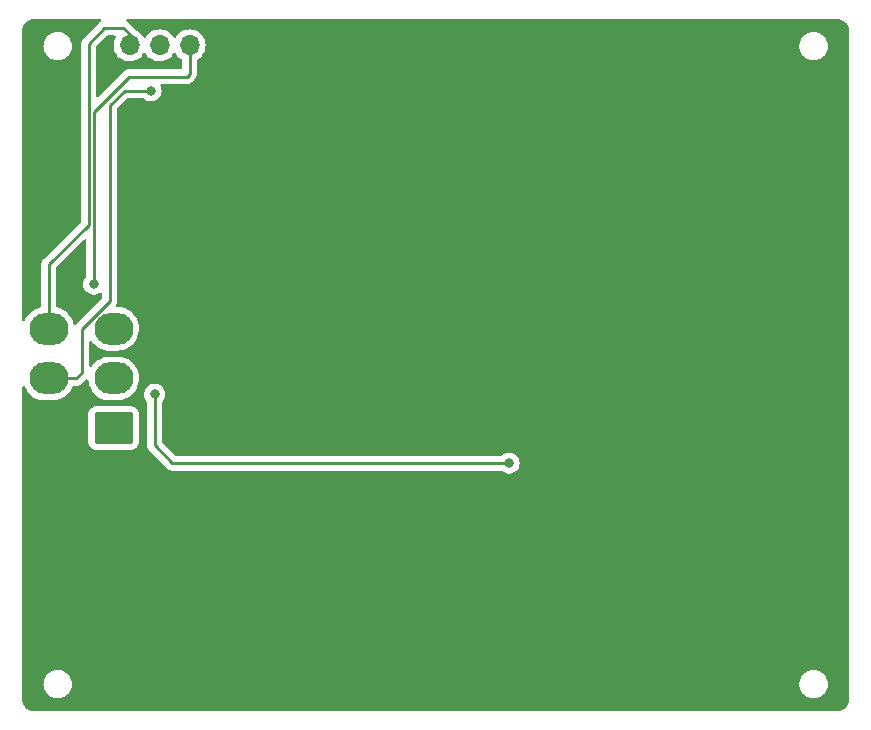
<source format=gbr>
G04 #@! TF.GenerationSoftware,KiCad,Pcbnew,7.0.10*
G04 #@! TF.CreationDate,2024-01-21T10:12:11+03:00*
G04 #@! TF.ProjectId,Eco_display,45636f5f-6469-4737-906c-61792e6b6963,rev?*
G04 #@! TF.SameCoordinates,Original*
G04 #@! TF.FileFunction,Copper,L1,Top*
G04 #@! TF.FilePolarity,Positive*
%FSLAX46Y46*%
G04 Gerber Fmt 4.6, Leading zero omitted, Abs format (unit mm)*
G04 Created by KiCad (PCBNEW 7.0.10) date 2024-01-21 10:12:11*
%MOMM*%
%LPD*%
G01*
G04 APERTURE LIST*
G04 Aperture macros list*
%AMRoundRect*
0 Rectangle with rounded corners*
0 $1 Rounding radius*
0 $2 $3 $4 $5 $6 $7 $8 $9 X,Y pos of 4 corners*
0 Add a 4 corners polygon primitive as box body*
4,1,4,$2,$3,$4,$5,$6,$7,$8,$9,$2,$3,0*
0 Add four circle primitives for the rounded corners*
1,1,$1+$1,$2,$3*
1,1,$1+$1,$4,$5*
1,1,$1+$1,$6,$7*
1,1,$1+$1,$8,$9*
0 Add four rect primitives between the rounded corners*
20,1,$1+$1,$2,$3,$4,$5,0*
20,1,$1+$1,$4,$5,$6,$7,0*
20,1,$1+$1,$6,$7,$8,$9,0*
20,1,$1+$1,$8,$9,$2,$3,0*%
G04 Aperture macros list end*
G04 #@! TA.AperFunction,ComponentPad*
%ADD10R,1.700000X1.700000*%
G04 #@! TD*
G04 #@! TA.AperFunction,ComponentPad*
%ADD11O,1.700000X1.700000*%
G04 #@! TD*
G04 #@! TA.AperFunction,ComponentPad*
%ADD12RoundRect,0.250001X1.399999X-1.099999X1.399999X1.099999X-1.399999X1.099999X-1.399999X-1.099999X0*%
G04 #@! TD*
G04 #@! TA.AperFunction,ComponentPad*
%ADD13O,3.300000X2.700000*%
G04 #@! TD*
G04 #@! TA.AperFunction,ViaPad*
%ADD14C,0.800000*%
G04 #@! TD*
G04 #@! TA.AperFunction,Conductor*
%ADD15C,0.250000*%
G04 #@! TD*
G04 #@! TA.AperFunction,Conductor*
%ADD16C,0.254000*%
G04 #@! TD*
G04 APERTURE END LIST*
D10*
X138390000Y-60025000D03*
D11*
X135850000Y-60025000D03*
X133310000Y-60025000D03*
X130770000Y-60025000D03*
D12*
X129425000Y-92425000D03*
D13*
X129425000Y-88225000D03*
X129425000Y-84025000D03*
X123925000Y-92425000D03*
X123925000Y-88225000D03*
X123925000Y-84025000D03*
D14*
X174300000Y-67930000D03*
X187500000Y-72600000D03*
X174300000Y-96430000D03*
X123700000Y-67100000D03*
X174300000Y-80430000D03*
X134700000Y-102650000D03*
X158050000Y-67260000D03*
X164050000Y-96430000D03*
X168550000Y-109680000D03*
X159900000Y-85900004D03*
X158050000Y-109680000D03*
X147300000Y-76540000D03*
X168550000Y-60430000D03*
X178050000Y-60430000D03*
X174300000Y-99680000D03*
X156300000Y-92430000D03*
X174300000Y-64680000D03*
X141000000Y-90200000D03*
X131200000Y-73100000D03*
X147800000Y-109680000D03*
X134700000Y-106650000D03*
X134500000Y-85900000D03*
X182550000Y-96430000D03*
X125800000Y-78900000D03*
X180600000Y-72600000D03*
X164050000Y-109680000D03*
X125900000Y-73250000D03*
X145800000Y-102200000D03*
X124350000Y-102820000D03*
X178050000Y-109680000D03*
X124350000Y-106820000D03*
X178050000Y-67930000D03*
X174300000Y-76180000D03*
X156300000Y-97300000D03*
X182550000Y-80430000D03*
X139900000Y-106650000D03*
X124350000Y-105070000D03*
X154900000Y-105400000D03*
X182550000Y-76180000D03*
X126200000Y-67100000D03*
X158200000Y-83930000D03*
X145800000Y-107600000D03*
X139900000Y-104900000D03*
X182550000Y-99680000D03*
X126200000Y-64850000D03*
X144600000Y-59400000D03*
X140700000Y-93900000D03*
X164050000Y-112930000D03*
X164050000Y-87430000D03*
X188300000Y-87180000D03*
X134700000Y-100550000D03*
X168550000Y-92180000D03*
X164900000Y-107200000D03*
X123900000Y-75200000D03*
X140400000Y-65100000D03*
X178050000Y-80430000D03*
X155100000Y-59400000D03*
X147600000Y-90700000D03*
X146000000Y-82700000D03*
X140100000Y-75250000D03*
X141400000Y-86200000D03*
X173700000Y-73000000D03*
X158800000Y-64680000D03*
X143700000Y-63100000D03*
X178050000Y-83680000D03*
X155800000Y-93760000D03*
X144700000Y-69200000D03*
X125900000Y-71000000D03*
X188300000Y-109680000D03*
X149300000Y-98600000D03*
X160000000Y-68300000D03*
X139900000Y-96550000D03*
X125900000Y-75000000D03*
X129100000Y-96650000D03*
X146500000Y-86700000D03*
X135200000Y-69100000D03*
X134800000Y-112930000D03*
X137050000Y-93510000D03*
X174300000Y-87430000D03*
X123700000Y-64800000D03*
X150600000Y-102000000D03*
X164050000Y-92180000D03*
X139900000Y-98800000D03*
X178050000Y-87430000D03*
X126200000Y-68850000D03*
X178050000Y-99680000D03*
X152300000Y-109680000D03*
X156300000Y-100000000D03*
X148550000Y-93760000D03*
X156800000Y-86930000D03*
X168550000Y-83680000D03*
X146000000Y-98600000D03*
X135200000Y-67350000D03*
X129100000Y-105000000D03*
X137400000Y-86100000D03*
X178050000Y-92180000D03*
X123700000Y-69000000D03*
X147800000Y-112930000D03*
X124350000Y-100720000D03*
X140200000Y-81100000D03*
X140100000Y-71250000D03*
X158050000Y-81260000D03*
X139900000Y-100550000D03*
X168550000Y-96430000D03*
X182550000Y-109680000D03*
X178050000Y-112930000D03*
X164050000Y-83680000D03*
X188300000Y-67930000D03*
X178050000Y-96430000D03*
X174300000Y-83680000D03*
X145100000Y-94000000D03*
X158050000Y-71260000D03*
X134700000Y-98800000D03*
X182550000Y-64680000D03*
X164050000Y-60430000D03*
X174300000Y-112930000D03*
X155800000Y-90760000D03*
X188300000Y-76180000D03*
X146300000Y-80000000D03*
X188300000Y-92180000D03*
X140400000Y-67350000D03*
X174300000Y-109680000D03*
X123700000Y-71000000D03*
X151450000Y-77800000D03*
X140800000Y-60600000D03*
X135200000Y-65100000D03*
X174300000Y-92180000D03*
X158050000Y-112930000D03*
X188300000Y-105430000D03*
X134800000Y-80600000D03*
X134900000Y-73500000D03*
X158050000Y-78760000D03*
X158050000Y-69510000D03*
X123700000Y-73300000D03*
X129100000Y-98900000D03*
X168550000Y-87430000D03*
X188300000Y-80430000D03*
X129100000Y-100650000D03*
X124350000Y-96720000D03*
X142300000Y-112930000D03*
X134700000Y-104900000D03*
X158800000Y-60430000D03*
X164050000Y-99680000D03*
X182550000Y-67930000D03*
X134800000Y-78300000D03*
X131400000Y-77200000D03*
X164050000Y-105430000D03*
X182550000Y-92180000D03*
X164050000Y-76180000D03*
X140400000Y-69100000D03*
X168550000Y-112930000D03*
X154900000Y-84060000D03*
X156800000Y-103400000D03*
X124350000Y-98970000D03*
X134900000Y-71250000D03*
X168550000Y-76180000D03*
X174300000Y-105430000D03*
X164050000Y-67930000D03*
X129100000Y-106750000D03*
X148300000Y-84260000D03*
X131600000Y-80000000D03*
X164050000Y-64680000D03*
X140100000Y-78200000D03*
X152300000Y-105430000D03*
X137300000Y-90500000D03*
X134800000Y-109180000D03*
X178050000Y-76180000D03*
X129050000Y-109430000D03*
X139050000Y-112930000D03*
X158300000Y-76260000D03*
X182550000Y-105430000D03*
X129100000Y-102750000D03*
X128900000Y-60800000D03*
X145400000Y-89800000D03*
X152700000Y-98800000D03*
X182300000Y-87430000D03*
X161100000Y-73500000D03*
X142300000Y-109180000D03*
X153300000Y-102000000D03*
X168550000Y-80430000D03*
X164050000Y-80430000D03*
X168550000Y-64680000D03*
X168550000Y-67930000D03*
X188300000Y-64680000D03*
X178050000Y-64680000D03*
X150686286Y-84673714D03*
X188050000Y-83680000D03*
X124300000Y-109500000D03*
X182550000Y-60430000D03*
X152300000Y-112930000D03*
X188300000Y-96430000D03*
X182550000Y-83680000D03*
X178050000Y-105430000D03*
X134700000Y-96550000D03*
X155800000Y-87260000D03*
X140100000Y-73500000D03*
X168550000Y-105430000D03*
X168550000Y-99680000D03*
X158300000Y-73600000D03*
X151800000Y-60430000D03*
X188300000Y-99680000D03*
X139900000Y-102650000D03*
X139050000Y-109180000D03*
X156000000Y-78600000D03*
X134900000Y-75250000D03*
X182550000Y-112930000D03*
X174300000Y-60430000D03*
X129050000Y-112680000D03*
X132900000Y-89575000D03*
X127750000Y-80250000D03*
X162900000Y-95400000D03*
X132575000Y-63850000D03*
D15*
X130725000Y-62675000D02*
X135600000Y-62675000D01*
X135850000Y-62425000D02*
X135850000Y-60025000D01*
D16*
X134400000Y-95400000D02*
X132900000Y-93900000D01*
X162900000Y-95400000D02*
X134400000Y-95400000D01*
X132900000Y-93900000D02*
X132900000Y-89575000D01*
D15*
X127750000Y-80250000D02*
X127750000Y-65650000D01*
X135600000Y-62675000D02*
X135850000Y-62425000D01*
X127750000Y-65650000D02*
X130725000Y-62675000D01*
X130250000Y-58550000D02*
X128650000Y-58550000D01*
X128650000Y-58550000D02*
X127300000Y-59900000D01*
X130770000Y-59070000D02*
X130250000Y-58550000D01*
X127300000Y-59900000D02*
X127300000Y-75200000D01*
X127300000Y-75200000D02*
X123925000Y-78575000D01*
X130770000Y-60025000D02*
X130770000Y-59070000D01*
X123925000Y-78575000D02*
X123925000Y-84025000D01*
X126750000Y-87750000D02*
X126275000Y-88225000D01*
X132575000Y-63850000D02*
X130350000Y-63850000D01*
X129100000Y-65100000D02*
X129100000Y-81681192D01*
X126275000Y-88225000D02*
X123925000Y-88225000D01*
X130350000Y-63850000D02*
X129100000Y-65100000D01*
X129100000Y-81681192D02*
X126750000Y-84031192D01*
X126750000Y-84031192D02*
X126750000Y-87750000D01*
G04 #@! TA.AperFunction,Conductor*
G36*
X190690116Y-57776763D02*
G01*
X190700195Y-57777644D01*
X190729972Y-57780250D01*
X190730989Y-57780344D01*
X190856406Y-57792689D01*
X190876329Y-57796314D01*
X190941589Y-57813802D01*
X190945432Y-57814900D01*
X191036195Y-57842435D01*
X191052583Y-57848706D01*
X191118845Y-57879606D01*
X191124843Y-57882604D01*
X191203652Y-57924730D01*
X191216319Y-57932511D01*
X191277775Y-57975544D01*
X191285315Y-57981265D01*
X191353052Y-58036856D01*
X191362070Y-58045029D01*
X191415481Y-58098442D01*
X191423652Y-58107458D01*
X191479246Y-58175200D01*
X191484967Y-58182741D01*
X191527992Y-58244188D01*
X191535775Y-58256858D01*
X191577884Y-58335639D01*
X191580908Y-58341687D01*
X191611794Y-58407921D01*
X191618072Y-58424330D01*
X191645599Y-58515073D01*
X191646713Y-58518974D01*
X191664187Y-58584185D01*
X191667816Y-58604126D01*
X191680037Y-58728208D01*
X191680162Y-58729549D01*
X191682048Y-58751094D01*
X191683381Y-58766330D01*
X191683753Y-58770574D01*
X191684225Y-58781387D01*
X191684225Y-115390379D01*
X191683753Y-115401187D01*
X191680372Y-115439828D01*
X191680245Y-115441194D01*
X191667760Y-115567752D01*
X191664134Y-115587672D01*
X191647122Y-115651161D01*
X191646008Y-115655060D01*
X191617945Y-115747578D01*
X191611667Y-115763988D01*
X191581320Y-115829070D01*
X191578295Y-115835120D01*
X191535554Y-115915083D01*
X191527772Y-115927752D01*
X191485357Y-115988329D01*
X191479635Y-115995871D01*
X191423310Y-116064505D01*
X191415139Y-116073521D01*
X191362451Y-116126211D01*
X191353435Y-116134382D01*
X191284789Y-116190721D01*
X191277247Y-116196444D01*
X191216680Y-116238855D01*
X191204010Y-116246638D01*
X191124047Y-116289381D01*
X191117999Y-116292405D01*
X191052916Y-116322755D01*
X191036508Y-116329033D01*
X190943998Y-116357099D01*
X190940094Y-116358214D01*
X190876633Y-116375219D01*
X190856696Y-116378848D01*
X190727780Y-116391549D01*
X190726433Y-116391674D01*
X190695675Y-116394365D01*
X190690495Y-116394819D01*
X190679686Y-116395291D01*
X122690134Y-116395291D01*
X122679329Y-116394819D01*
X122640299Y-116391405D01*
X122638942Y-116391279D01*
X122512867Y-116378854D01*
X122492938Y-116375227D01*
X122428813Y-116358046D01*
X122424911Y-116356932D01*
X122333056Y-116329070D01*
X122316647Y-116322792D01*
X122251150Y-116292252D01*
X122245099Y-116289227D01*
X122165555Y-116246710D01*
X122152887Y-116238928D01*
X122091998Y-116196295D01*
X122084455Y-116190573D01*
X122016133Y-116134504D01*
X122007116Y-116126331D01*
X121954178Y-116073393D01*
X121946007Y-116064378D01*
X121889936Y-115996057D01*
X121884212Y-115988513D01*
X121841576Y-115927621D01*
X121833794Y-115914953D01*
X121791281Y-115835418D01*
X121788257Y-115829370D01*
X121757709Y-115763860D01*
X121751438Y-115747469D01*
X121723555Y-115655551D01*
X121722465Y-115651732D01*
X121705276Y-115587582D01*
X121701650Y-115567650D01*
X121689104Y-115440256D01*
X121689002Y-115439161D01*
X121685697Y-115401378D01*
X121685225Y-115390573D01*
X121685225Y-114095791D01*
X123479082Y-114095791D01*
X123486755Y-114178597D01*
X123487284Y-114190038D01*
X123487284Y-114206750D01*
X123490222Y-114222469D01*
X123490354Y-114223173D01*
X123491935Y-114234510D01*
X123499610Y-114317327D01*
X123499610Y-114317329D01*
X123522370Y-114397321D01*
X123524990Y-114408460D01*
X123528062Y-114424888D01*
X123528063Y-114424893D01*
X123534097Y-114440468D01*
X123537737Y-114451328D01*
X123560495Y-114531318D01*
X123578153Y-114566779D01*
X123597566Y-114605765D01*
X123602187Y-114616231D01*
X123608227Y-114631823D01*
X123617024Y-114646029D01*
X123622597Y-114656035D01*
X123659663Y-114730474D01*
X123659667Y-114730481D01*
X123709780Y-114796841D01*
X123716250Y-114806286D01*
X123725053Y-114820502D01*
X123736310Y-114832851D01*
X123743626Y-114841661D01*
X123793745Y-114908028D01*
X123855199Y-114964051D01*
X123863298Y-114972150D01*
X123874556Y-114984500D01*
X123887896Y-114994574D01*
X123896706Y-115001890D01*
X123958158Y-115057911D01*
X123958160Y-115057912D01*
X123958163Y-115057915D01*
X124028869Y-115101694D01*
X124038315Y-115108164D01*
X124051653Y-115118237D01*
X124066624Y-115125691D01*
X124076621Y-115131261D01*
X124147314Y-115175033D01*
X124147318Y-115175035D01*
X124147321Y-115175036D01*
X124147324Y-115175038D01*
X124224878Y-115205082D01*
X124235334Y-115209700D01*
X124250301Y-115217153D01*
X124250303Y-115217153D01*
X124250306Y-115217155D01*
X124266400Y-115221734D01*
X124277236Y-115225366D01*
X124354785Y-115255409D01*
X124436552Y-115270694D01*
X124447679Y-115273311D01*
X124463753Y-115277885D01*
X124480384Y-115279426D01*
X124491713Y-115281005D01*
X124573482Y-115296291D01*
X124573484Y-115296291D01*
X124656643Y-115296291D01*
X124668084Y-115296819D01*
X124684725Y-115298362D01*
X124701365Y-115296819D01*
X124712807Y-115296291D01*
X124795967Y-115296291D01*
X124795968Y-115296291D01*
X124877732Y-115281006D01*
X124889053Y-115279427D01*
X124905697Y-115277885D01*
X124921794Y-115273304D01*
X124932886Y-115270696D01*
X125014665Y-115255409D01*
X125092239Y-115225356D01*
X125103036Y-115221737D01*
X125119144Y-115217155D01*
X125134116Y-115209700D01*
X125144572Y-115205082D01*
X125222126Y-115175038D01*
X125292862Y-115131239D01*
X125302808Y-115125700D01*
X125317797Y-115118237D01*
X125331142Y-115108159D01*
X125340548Y-115101714D01*
X125411287Y-115057915D01*
X125472765Y-115001869D01*
X125481539Y-114994584D01*
X125494892Y-114984501D01*
X125506166Y-114972133D01*
X125514231Y-114964068D01*
X125575706Y-114908027D01*
X125625833Y-114841647D01*
X125633127Y-114832863D01*
X125644397Y-114820502D01*
X125653208Y-114806271D01*
X125659652Y-114796863D01*
X125709783Y-114730480D01*
X125746863Y-114656012D01*
X125752412Y-114646050D01*
X125761222Y-114631823D01*
X125767264Y-114616225D01*
X125771871Y-114605789D01*
X125808954Y-114531319D01*
X125831721Y-114451300D01*
X125835347Y-114440482D01*
X125841388Y-114424890D01*
X125844458Y-114408462D01*
X125847071Y-114397350D01*
X125869840Y-114317327D01*
X125877514Y-114234506D01*
X125879092Y-114223189D01*
X125882166Y-114206750D01*
X125882756Y-114181146D01*
X125883249Y-114172616D01*
X125890368Y-114095791D01*
X187479082Y-114095791D01*
X187486755Y-114178597D01*
X187487284Y-114190038D01*
X187487284Y-114206750D01*
X187490222Y-114222469D01*
X187490354Y-114223173D01*
X187491935Y-114234510D01*
X187499610Y-114317327D01*
X187499610Y-114317329D01*
X187522370Y-114397321D01*
X187524990Y-114408460D01*
X187528062Y-114424888D01*
X187528063Y-114424893D01*
X187534097Y-114440468D01*
X187537737Y-114451328D01*
X187560495Y-114531318D01*
X187578153Y-114566779D01*
X187597566Y-114605765D01*
X187602187Y-114616231D01*
X187608227Y-114631823D01*
X187617024Y-114646029D01*
X187622597Y-114656035D01*
X187659663Y-114730474D01*
X187659667Y-114730481D01*
X187709780Y-114796841D01*
X187716250Y-114806286D01*
X187725053Y-114820502D01*
X187736310Y-114832851D01*
X187743626Y-114841661D01*
X187793745Y-114908028D01*
X187855199Y-114964051D01*
X187863298Y-114972150D01*
X187874556Y-114984500D01*
X187887896Y-114994574D01*
X187896706Y-115001890D01*
X187958158Y-115057911D01*
X187958160Y-115057912D01*
X187958163Y-115057915D01*
X188028869Y-115101694D01*
X188038315Y-115108164D01*
X188051653Y-115118237D01*
X188066624Y-115125691D01*
X188076621Y-115131261D01*
X188147314Y-115175033D01*
X188147318Y-115175035D01*
X188147321Y-115175036D01*
X188147324Y-115175038D01*
X188224878Y-115205082D01*
X188235334Y-115209700D01*
X188250301Y-115217153D01*
X188250303Y-115217153D01*
X188250306Y-115217155D01*
X188266400Y-115221734D01*
X188277236Y-115225366D01*
X188354785Y-115255409D01*
X188436552Y-115270694D01*
X188447679Y-115273311D01*
X188463753Y-115277885D01*
X188480384Y-115279426D01*
X188491713Y-115281005D01*
X188573482Y-115296291D01*
X188573484Y-115296291D01*
X188656643Y-115296291D01*
X188668084Y-115296819D01*
X188684725Y-115298362D01*
X188701365Y-115296819D01*
X188712807Y-115296291D01*
X188795967Y-115296291D01*
X188795968Y-115296291D01*
X188877732Y-115281006D01*
X188889053Y-115279427D01*
X188905697Y-115277885D01*
X188921794Y-115273304D01*
X188932886Y-115270696D01*
X189014665Y-115255409D01*
X189092239Y-115225356D01*
X189103036Y-115221737D01*
X189119144Y-115217155D01*
X189134116Y-115209700D01*
X189144572Y-115205082D01*
X189222126Y-115175038D01*
X189292862Y-115131239D01*
X189302808Y-115125700D01*
X189317797Y-115118237D01*
X189331142Y-115108159D01*
X189340548Y-115101714D01*
X189411287Y-115057915D01*
X189472765Y-115001869D01*
X189481539Y-114994584D01*
X189494892Y-114984501D01*
X189506166Y-114972133D01*
X189514231Y-114964068D01*
X189575706Y-114908027D01*
X189625833Y-114841647D01*
X189633127Y-114832863D01*
X189644397Y-114820502D01*
X189653208Y-114806271D01*
X189659652Y-114796863D01*
X189709783Y-114730480D01*
X189746863Y-114656012D01*
X189752412Y-114646050D01*
X189761222Y-114631823D01*
X189767264Y-114616225D01*
X189771871Y-114605789D01*
X189808954Y-114531319D01*
X189831721Y-114451300D01*
X189835347Y-114440482D01*
X189841388Y-114424890D01*
X189844458Y-114408462D01*
X189847071Y-114397350D01*
X189869840Y-114317327D01*
X189877514Y-114234506D01*
X189879092Y-114223189D01*
X189882166Y-114206750D01*
X189882756Y-114181146D01*
X189883249Y-114172616D01*
X189890368Y-114095791D01*
X189883249Y-114018968D01*
X189882756Y-114010435D01*
X189882166Y-113984832D01*
X189879090Y-113968382D01*
X189877513Y-113957062D01*
X189869840Y-113874255D01*
X189847072Y-113794236D01*
X189844458Y-113783119D01*
X189841388Y-113766692D01*
X189835349Y-113751106D01*
X189831719Y-113740275D01*
X189808954Y-113660263D01*
X189771880Y-113585810D01*
X189767258Y-113575340D01*
X189761223Y-113559761D01*
X189761222Y-113559759D01*
X189752413Y-113545533D01*
X189746860Y-113535563D01*
X189709783Y-113461102D01*
X189659659Y-113394727D01*
X189653195Y-113385290D01*
X189644397Y-113371080D01*
X189633137Y-113358728D01*
X189625823Y-113349920D01*
X189598657Y-113313947D01*
X189575706Y-113283555D01*
X189514251Y-113227531D01*
X189514248Y-113227528D01*
X189506151Y-113219431D01*
X189494895Y-113207084D01*
X189494893Y-113207082D01*
X189494892Y-113207081D01*
X189481546Y-113197002D01*
X189472753Y-113189701D01*
X189411287Y-113133667D01*
X189340583Y-113089889D01*
X189331136Y-113083418D01*
X189317793Y-113073342D01*
X189302832Y-113065892D01*
X189292830Y-113060321D01*
X189222132Y-113016547D01*
X189222131Y-113016546D01*
X189144587Y-112986504D01*
X189134121Y-112981883D01*
X189119151Y-112974430D01*
X189119147Y-112974428D01*
X189119144Y-112974427D01*
X189119136Y-112974424D01*
X189119134Y-112974424D01*
X189103062Y-112969850D01*
X189092211Y-112966213D01*
X189014668Y-112936174D01*
X189014666Y-112936173D01*
X189014665Y-112936173D01*
X189014663Y-112936172D01*
X189014654Y-112936170D01*
X188932915Y-112920890D01*
X188921769Y-112918269D01*
X188905697Y-112913696D01*
X188905693Y-112913695D01*
X188889055Y-112912153D01*
X188877721Y-112910572D01*
X188795969Y-112895291D01*
X188795968Y-112895291D01*
X188712796Y-112895291D01*
X188701356Y-112894762D01*
X188684725Y-112893221D01*
X188668093Y-112894762D01*
X188656654Y-112895291D01*
X188573480Y-112895291D01*
X188491728Y-112910572D01*
X188480395Y-112912153D01*
X188463761Y-112913695D01*
X188463747Y-112913698D01*
X188447667Y-112918272D01*
X188436529Y-112920891D01*
X188354789Y-112936171D01*
X188354779Y-112936174D01*
X188277243Y-112966212D01*
X188266391Y-112969850D01*
X188250305Y-112974427D01*
X188250295Y-112974431D01*
X188235325Y-112981884D01*
X188224862Y-112986503D01*
X188147332Y-113016540D01*
X188147320Y-113016546D01*
X188076616Y-113060323D01*
X188066615Y-113065893D01*
X188051659Y-113073340D01*
X188051654Y-113073343D01*
X188038313Y-113083417D01*
X188028874Y-113089883D01*
X187958160Y-113133668D01*
X187896693Y-113189701D01*
X187887891Y-113197011D01*
X187874555Y-113207082D01*
X187863289Y-113219440D01*
X187855197Y-113227531D01*
X187793747Y-113283551D01*
X187743626Y-113349920D01*
X187736315Y-113358724D01*
X187725055Y-113371077D01*
X187725054Y-113371077D01*
X187716256Y-113385287D01*
X187709787Y-113394731D01*
X187677163Y-113437932D01*
X187659667Y-113461102D01*
X187659666Y-113461103D01*
X187659666Y-113461104D01*
X187659659Y-113461115D01*
X187622595Y-113535548D01*
X187617028Y-113545544D01*
X187608227Y-113559759D01*
X187602191Y-113575340D01*
X187597567Y-113585811D01*
X187560498Y-113660258D01*
X187560495Y-113660264D01*
X187547710Y-113705198D01*
X187537736Y-113740256D01*
X187534098Y-113751110D01*
X187528063Y-113766686D01*
X187528062Y-113766692D01*
X187524993Y-113783107D01*
X187522372Y-113794249D01*
X187499610Y-113874255D01*
X187491936Y-113957062D01*
X187490355Y-113968398D01*
X187487284Y-113984828D01*
X187487284Y-114001542D01*
X187486755Y-114012983D01*
X187479082Y-114095790D01*
X187479082Y-114095791D01*
X125890368Y-114095791D01*
X125883249Y-114018968D01*
X125882756Y-114010435D01*
X125882166Y-113984832D01*
X125879090Y-113968382D01*
X125877513Y-113957062D01*
X125869840Y-113874255D01*
X125847072Y-113794236D01*
X125844458Y-113783119D01*
X125841388Y-113766692D01*
X125835349Y-113751106D01*
X125831719Y-113740275D01*
X125808954Y-113660263D01*
X125771880Y-113585810D01*
X125767258Y-113575340D01*
X125761223Y-113559761D01*
X125761222Y-113559759D01*
X125752413Y-113545533D01*
X125746860Y-113535563D01*
X125709783Y-113461102D01*
X125659659Y-113394727D01*
X125653195Y-113385290D01*
X125644397Y-113371080D01*
X125633137Y-113358728D01*
X125625823Y-113349920D01*
X125598657Y-113313947D01*
X125575706Y-113283555D01*
X125514251Y-113227531D01*
X125514248Y-113227528D01*
X125506151Y-113219431D01*
X125494895Y-113207084D01*
X125494893Y-113207082D01*
X125494892Y-113207081D01*
X125481546Y-113197002D01*
X125472753Y-113189701D01*
X125411287Y-113133667D01*
X125340583Y-113089889D01*
X125331136Y-113083418D01*
X125317793Y-113073342D01*
X125302832Y-113065892D01*
X125292830Y-113060321D01*
X125222132Y-113016547D01*
X125222131Y-113016546D01*
X125144587Y-112986504D01*
X125134121Y-112981883D01*
X125119151Y-112974430D01*
X125119147Y-112974428D01*
X125119144Y-112974427D01*
X125119136Y-112974424D01*
X125119134Y-112974424D01*
X125103062Y-112969850D01*
X125092211Y-112966213D01*
X125014668Y-112936174D01*
X125014666Y-112936173D01*
X125014665Y-112936173D01*
X125014663Y-112936172D01*
X125014654Y-112936170D01*
X124932915Y-112920890D01*
X124921769Y-112918269D01*
X124905697Y-112913696D01*
X124905693Y-112913695D01*
X124889055Y-112912153D01*
X124877721Y-112910572D01*
X124795969Y-112895291D01*
X124795968Y-112895291D01*
X124712796Y-112895291D01*
X124701356Y-112894762D01*
X124684725Y-112893221D01*
X124668093Y-112894762D01*
X124656654Y-112895291D01*
X124573480Y-112895291D01*
X124491728Y-112910572D01*
X124480395Y-112912153D01*
X124463761Y-112913695D01*
X124463747Y-112913698D01*
X124447667Y-112918272D01*
X124436529Y-112920891D01*
X124354789Y-112936171D01*
X124354779Y-112936174D01*
X124277243Y-112966212D01*
X124266391Y-112969850D01*
X124250305Y-112974427D01*
X124250295Y-112974431D01*
X124235325Y-112981884D01*
X124224862Y-112986503D01*
X124147332Y-113016540D01*
X124147320Y-113016546D01*
X124076616Y-113060323D01*
X124066615Y-113065893D01*
X124051659Y-113073340D01*
X124051654Y-113073343D01*
X124038313Y-113083417D01*
X124028874Y-113089883D01*
X123958160Y-113133668D01*
X123896693Y-113189701D01*
X123887891Y-113197011D01*
X123874555Y-113207082D01*
X123863289Y-113219440D01*
X123855197Y-113227531D01*
X123793747Y-113283551D01*
X123743626Y-113349920D01*
X123736315Y-113358724D01*
X123725055Y-113371077D01*
X123725054Y-113371077D01*
X123716256Y-113385287D01*
X123709787Y-113394731D01*
X123677163Y-113437932D01*
X123659667Y-113461102D01*
X123659666Y-113461103D01*
X123659666Y-113461104D01*
X123659659Y-113461115D01*
X123622595Y-113535548D01*
X123617028Y-113545544D01*
X123608227Y-113559759D01*
X123602191Y-113575340D01*
X123597567Y-113585811D01*
X123560498Y-113660258D01*
X123560495Y-113660264D01*
X123547710Y-113705198D01*
X123537736Y-113740256D01*
X123534098Y-113751110D01*
X123528063Y-113766686D01*
X123528062Y-113766692D01*
X123524993Y-113783107D01*
X123522372Y-113794249D01*
X123499610Y-113874255D01*
X123491936Y-113957062D01*
X123490355Y-113968398D01*
X123487284Y-113984828D01*
X123487284Y-114001542D01*
X123486755Y-114012983D01*
X123479082Y-114095790D01*
X123479082Y-114095791D01*
X121685225Y-114095791D01*
X121685225Y-93575015D01*
X127274500Y-93575015D01*
X127285000Y-93677795D01*
X127285001Y-93677796D01*
X127340186Y-93844335D01*
X127340187Y-93844337D01*
X127432286Y-93993651D01*
X127432289Y-93993655D01*
X127556344Y-94117710D01*
X127556348Y-94117713D01*
X127705662Y-94209812D01*
X127705664Y-94209813D01*
X127705666Y-94209814D01*
X127872203Y-94264999D01*
X127974992Y-94275500D01*
X127974997Y-94275500D01*
X130875003Y-94275500D01*
X130875008Y-94275500D01*
X130977797Y-94264999D01*
X131144334Y-94209814D01*
X131293655Y-94117711D01*
X131417711Y-93993655D01*
X131509814Y-93844334D01*
X131564999Y-93677797D01*
X131575500Y-93575008D01*
X131575500Y-91274992D01*
X131564999Y-91172203D01*
X131509814Y-91005666D01*
X131417711Y-90856345D01*
X131293655Y-90732289D01*
X131293651Y-90732286D01*
X131144337Y-90640187D01*
X131144335Y-90640186D01*
X131061065Y-90612593D01*
X130977797Y-90585001D01*
X130977795Y-90585000D01*
X130875015Y-90574500D01*
X130875008Y-90574500D01*
X127974992Y-90574500D01*
X127974984Y-90574500D01*
X127872204Y-90585000D01*
X127872203Y-90585001D01*
X127705664Y-90640186D01*
X127705662Y-90640187D01*
X127556348Y-90732286D01*
X127556344Y-90732289D01*
X127432289Y-90856344D01*
X127432286Y-90856348D01*
X127340187Y-91005662D01*
X127340186Y-91005664D01*
X127285001Y-91172203D01*
X127285000Y-91172204D01*
X127274500Y-91274984D01*
X127274500Y-93575015D01*
X121685225Y-93575015D01*
X121685225Y-89000644D01*
X121704910Y-88933605D01*
X121757714Y-88887850D01*
X121826872Y-88877906D01*
X121890428Y-88906931D01*
X121923346Y-88952144D01*
X121974870Y-89073390D01*
X122056238Y-89206716D01*
X122115979Y-89304605D01*
X122115986Y-89304615D01*
X122289253Y-89512819D01*
X122289259Y-89512824D01*
X122490998Y-89693582D01*
X122716910Y-89843044D01*
X122962176Y-89958020D01*
X122962183Y-89958022D01*
X122962185Y-89958023D01*
X123221557Y-90036057D01*
X123221564Y-90036058D01*
X123221569Y-90036060D01*
X123489561Y-90075500D01*
X123489566Y-90075500D01*
X124292629Y-90075500D01*
X124292631Y-90075500D01*
X124292636Y-90075499D01*
X124292648Y-90075499D01*
X124330191Y-90072750D01*
X124495156Y-90060677D01*
X124607758Y-90035593D01*
X124759546Y-90001782D01*
X124759548Y-90001781D01*
X124759553Y-90001780D01*
X125012558Y-89905014D01*
X125248777Y-89772441D01*
X125463177Y-89606888D01*
X125651186Y-89411881D01*
X125808799Y-89191579D01*
X125885300Y-89042784D01*
X125932649Y-88950690D01*
X125932651Y-88950683D01*
X125932656Y-88950675D01*
X125938187Y-88934463D01*
X125978463Y-88877370D01*
X126043212Y-88851115D01*
X126055545Y-88850500D01*
X126192257Y-88850500D01*
X126207877Y-88852224D01*
X126207904Y-88851939D01*
X126215660Y-88852671D01*
X126215667Y-88852673D01*
X126282873Y-88850561D01*
X126286768Y-88850500D01*
X126314346Y-88850500D01*
X126314350Y-88850500D01*
X126318324Y-88849997D01*
X126329963Y-88849080D01*
X126373627Y-88847709D01*
X126392869Y-88842117D01*
X126411912Y-88838174D01*
X126431792Y-88835664D01*
X126472401Y-88819585D01*
X126483444Y-88815803D01*
X126525390Y-88803618D01*
X126542629Y-88793422D01*
X126560103Y-88784862D01*
X126578727Y-88777488D01*
X126578727Y-88777487D01*
X126578732Y-88777486D01*
X126614083Y-88751800D01*
X126623814Y-88745408D01*
X126661420Y-88723170D01*
X126675589Y-88708999D01*
X126690379Y-88696368D01*
X126706587Y-88684594D01*
X126734438Y-88650926D01*
X126742279Y-88642309D01*
X127070369Y-88314219D01*
X127131690Y-88280736D01*
X127201382Y-88285720D01*
X127257315Y-88327592D01*
X127281304Y-88388340D01*
X127300413Y-88562013D01*
X127300415Y-88562024D01*
X127363576Y-88803617D01*
X127368928Y-88824088D01*
X127474870Y-89073390D01*
X127556238Y-89206716D01*
X127615979Y-89304605D01*
X127615986Y-89304615D01*
X127789253Y-89512819D01*
X127789259Y-89512824D01*
X127990998Y-89693582D01*
X128216910Y-89843044D01*
X128462176Y-89958020D01*
X128462183Y-89958022D01*
X128462185Y-89958023D01*
X128721557Y-90036057D01*
X128721564Y-90036058D01*
X128721569Y-90036060D01*
X128989561Y-90075500D01*
X128989566Y-90075500D01*
X129792629Y-90075500D01*
X129792631Y-90075500D01*
X129792636Y-90075499D01*
X129792648Y-90075499D01*
X129830191Y-90072750D01*
X129995156Y-90060677D01*
X130107758Y-90035593D01*
X130259546Y-90001782D01*
X130259548Y-90001781D01*
X130259553Y-90001780D01*
X130512558Y-89905014D01*
X130748777Y-89772441D01*
X130963177Y-89606888D01*
X130993921Y-89575000D01*
X131994540Y-89575000D01*
X132014326Y-89763256D01*
X132014327Y-89763259D01*
X132072818Y-89943277D01*
X132072821Y-89943284D01*
X132167467Y-90107216D01*
X132240651Y-90188494D01*
X132270880Y-90251484D01*
X132272500Y-90271465D01*
X132272500Y-93817032D01*
X132270772Y-93832681D01*
X132271054Y-93832708D01*
X132270319Y-93840475D01*
X132272439Y-93907917D01*
X132272500Y-93911811D01*
X132272500Y-93939476D01*
X132273006Y-93943485D01*
X132273921Y-93955116D01*
X132275298Y-93998942D01*
X132280916Y-94018275D01*
X132284862Y-94037329D01*
X132287383Y-94057287D01*
X132287386Y-94057299D01*
X132303519Y-94098048D01*
X132307302Y-94109098D01*
X132319530Y-94151187D01*
X132319530Y-94151188D01*
X132329777Y-94168515D01*
X132338335Y-94185985D01*
X132345745Y-94204701D01*
X132371511Y-94240164D01*
X132377925Y-94249929D01*
X132400234Y-94287652D01*
X132400240Y-94287660D01*
X132414469Y-94301888D01*
X132427106Y-94316684D01*
X132438937Y-94332967D01*
X132472717Y-94360912D01*
X132481346Y-94368765D01*
X133897624Y-95785043D01*
X133907471Y-95797333D01*
X133907689Y-95797154D01*
X133912657Y-95803159D01*
X133961846Y-95849351D01*
X133964643Y-95852062D01*
X133984207Y-95871626D01*
X133987385Y-95874090D01*
X133996281Y-95881687D01*
X134028235Y-95911695D01*
X134028237Y-95911696D01*
X134045867Y-95921387D01*
X134062135Y-95932072D01*
X134078038Y-95944408D01*
X134078040Y-95944409D01*
X134078042Y-95944410D01*
X134097942Y-95953021D01*
X134118260Y-95961813D01*
X134128749Y-95966951D01*
X134167166Y-95988072D01*
X134186667Y-95993079D01*
X134205065Y-95999378D01*
X134223541Y-96007373D01*
X134266849Y-96014232D01*
X134278243Y-96016591D01*
X134320728Y-96027500D01*
X134340864Y-96027500D01*
X134360263Y-96029027D01*
X134380133Y-96032174D01*
X134423761Y-96028049D01*
X134435430Y-96027500D01*
X162198053Y-96027500D01*
X162265092Y-96047185D01*
X162290199Y-96068523D01*
X162294129Y-96072888D01*
X162294132Y-96072891D01*
X162294135Y-96072893D01*
X162447265Y-96184148D01*
X162447270Y-96184151D01*
X162620192Y-96261142D01*
X162620197Y-96261144D01*
X162805354Y-96300500D01*
X162805355Y-96300500D01*
X162994644Y-96300500D01*
X162994646Y-96300500D01*
X163179803Y-96261144D01*
X163352730Y-96184151D01*
X163505871Y-96072888D01*
X163632533Y-95932216D01*
X163727179Y-95768284D01*
X163785674Y-95588256D01*
X163805460Y-95400000D01*
X163785674Y-95211744D01*
X163727179Y-95031716D01*
X163632533Y-94867784D01*
X163505871Y-94727112D01*
X163505870Y-94727111D01*
X163352734Y-94615851D01*
X163352729Y-94615848D01*
X163179807Y-94538857D01*
X163179802Y-94538855D01*
X163034001Y-94507865D01*
X162994646Y-94499500D01*
X162805354Y-94499500D01*
X162772897Y-94506398D01*
X162620197Y-94538855D01*
X162620192Y-94538857D01*
X162447270Y-94615848D01*
X162447265Y-94615851D01*
X162294135Y-94727106D01*
X162294132Y-94727108D01*
X162292175Y-94729281D01*
X162290200Y-94731474D01*
X162230714Y-94768121D01*
X162198053Y-94772500D01*
X134711281Y-94772500D01*
X134644242Y-94752815D01*
X134623600Y-94736181D01*
X133563819Y-93676400D01*
X133530334Y-93615077D01*
X133527500Y-93588719D01*
X133527500Y-90271465D01*
X133547185Y-90204426D01*
X133559343Y-90188500D01*
X133632533Y-90107216D01*
X133727179Y-89943284D01*
X133785674Y-89763256D01*
X133805460Y-89575000D01*
X133785674Y-89386744D01*
X133727179Y-89206716D01*
X133632533Y-89042784D01*
X133505871Y-88902112D01*
X133486241Y-88887850D01*
X133352734Y-88790851D01*
X133352729Y-88790848D01*
X133179807Y-88713857D01*
X133179802Y-88713855D01*
X133034001Y-88682865D01*
X132994646Y-88674500D01*
X132805354Y-88674500D01*
X132772897Y-88681398D01*
X132620197Y-88713855D01*
X132620192Y-88713857D01*
X132447270Y-88790848D01*
X132447265Y-88790851D01*
X132294129Y-88902111D01*
X132167466Y-89042785D01*
X132072821Y-89206715D01*
X132072818Y-89206722D01*
X132041011Y-89304615D01*
X132014326Y-89386744D01*
X131994540Y-89575000D01*
X130993921Y-89575000D01*
X131151186Y-89411881D01*
X131308799Y-89191579D01*
X131385300Y-89042784D01*
X131432649Y-88950690D01*
X131432651Y-88950684D01*
X131432656Y-88950675D01*
X131520118Y-88694305D01*
X131569319Y-88427933D01*
X131579212Y-88157235D01*
X131549586Y-87887982D01*
X131481072Y-87625912D01*
X131375130Y-87376610D01*
X131234018Y-87145390D01*
X131144747Y-87038119D01*
X131060746Y-86937180D01*
X131060740Y-86937175D01*
X130859002Y-86756418D01*
X130633092Y-86606957D01*
X130633090Y-86606956D01*
X130387824Y-86491980D01*
X130387819Y-86491978D01*
X130387814Y-86491976D01*
X130128442Y-86413942D01*
X130128428Y-86413939D01*
X130012791Y-86396921D01*
X129860439Y-86374500D01*
X129057369Y-86374500D01*
X129057351Y-86374500D01*
X128854844Y-86389323D01*
X128854831Y-86389325D01*
X128590453Y-86448217D01*
X128590446Y-86448220D01*
X128337439Y-86544987D01*
X128101226Y-86677557D01*
X127886822Y-86843112D01*
X127698822Y-87038109D01*
X127698816Y-87038116D01*
X127698814Y-87038119D01*
X127631244Y-87132565D01*
X127600348Y-87175749D01*
X127545331Y-87218818D01*
X127475763Y-87225305D01*
X127413731Y-87193151D01*
X127378931Y-87132565D01*
X127375500Y-87103598D01*
X127375500Y-85151778D01*
X127395185Y-85084739D01*
X127447989Y-85038984D01*
X127517147Y-85029040D01*
X127580703Y-85058065D01*
X127605346Y-85087183D01*
X127615975Y-85104600D01*
X127615986Y-85104615D01*
X127789253Y-85312819D01*
X127789259Y-85312824D01*
X127990998Y-85493582D01*
X128216910Y-85643044D01*
X128462176Y-85758020D01*
X128462183Y-85758022D01*
X128462185Y-85758023D01*
X128721557Y-85836057D01*
X128721564Y-85836058D01*
X128721569Y-85836060D01*
X128989561Y-85875500D01*
X128989566Y-85875500D01*
X129792629Y-85875500D01*
X129792631Y-85875500D01*
X129792636Y-85875499D01*
X129792648Y-85875499D01*
X129830191Y-85872750D01*
X129995156Y-85860677D01*
X130107758Y-85835593D01*
X130259546Y-85801782D01*
X130259548Y-85801781D01*
X130259553Y-85801780D01*
X130512558Y-85705014D01*
X130748777Y-85572441D01*
X130963177Y-85406888D01*
X131151186Y-85211881D01*
X131308799Y-84991579D01*
X131384831Y-84843696D01*
X131432649Y-84750690D01*
X131432651Y-84750684D01*
X131432656Y-84750675D01*
X131520118Y-84494305D01*
X131569319Y-84227933D01*
X131579212Y-83957235D01*
X131549586Y-83687982D01*
X131481072Y-83425912D01*
X131375130Y-83176610D01*
X131234018Y-82945390D01*
X131144747Y-82838119D01*
X131060746Y-82737180D01*
X131060740Y-82737175D01*
X130859002Y-82556418D01*
X130633092Y-82406957D01*
X130633090Y-82406956D01*
X130387824Y-82291980D01*
X130387819Y-82291978D01*
X130387814Y-82291976D01*
X130128442Y-82213942D01*
X130128428Y-82213939D01*
X130012791Y-82196921D01*
X129860439Y-82174500D01*
X129860434Y-82174500D01*
X129756853Y-82174500D01*
X129689814Y-82154815D01*
X129644059Y-82102011D01*
X129634115Y-82032853D01*
X129643050Y-82001256D01*
X129660023Y-81962033D01*
X129665157Y-81951554D01*
X129686196Y-81913285D01*
X129686197Y-81913284D01*
X129691177Y-81893883D01*
X129697478Y-81875480D01*
X129705438Y-81857088D01*
X129712272Y-81813933D01*
X129714635Y-81802523D01*
X129725500Y-81760211D01*
X129725500Y-81740175D01*
X129727027Y-81720774D01*
X129730160Y-81700996D01*
X129726050Y-81657516D01*
X129725500Y-81645847D01*
X129725500Y-65410452D01*
X129745185Y-65343413D01*
X129761819Y-65322771D01*
X130572772Y-64511819D01*
X130634095Y-64478334D01*
X130660453Y-64475500D01*
X131871252Y-64475500D01*
X131938291Y-64495185D01*
X131963400Y-64516526D01*
X131969126Y-64522885D01*
X131969130Y-64522889D01*
X132122265Y-64634148D01*
X132122270Y-64634151D01*
X132295192Y-64711142D01*
X132295197Y-64711144D01*
X132480354Y-64750500D01*
X132480355Y-64750500D01*
X132669644Y-64750500D01*
X132669646Y-64750500D01*
X132854803Y-64711144D01*
X133027730Y-64634151D01*
X133180871Y-64522888D01*
X133307533Y-64382216D01*
X133402179Y-64218284D01*
X133460674Y-64038256D01*
X133480460Y-63850000D01*
X133460674Y-63661744D01*
X133402179Y-63481716D01*
X133402176Y-63481710D01*
X133399538Y-63475786D01*
X133402062Y-63474661D01*
X133388470Y-63418569D01*
X133411339Y-63352547D01*
X133466271Y-63309371D01*
X133512328Y-63300500D01*
X135517257Y-63300500D01*
X135532877Y-63302224D01*
X135532904Y-63301939D01*
X135540660Y-63302671D01*
X135540667Y-63302673D01*
X135607873Y-63300561D01*
X135611768Y-63300500D01*
X135639346Y-63300500D01*
X135639350Y-63300500D01*
X135643324Y-63299997D01*
X135654963Y-63299080D01*
X135698627Y-63297709D01*
X135717869Y-63292117D01*
X135736912Y-63288174D01*
X135756792Y-63285664D01*
X135797401Y-63269585D01*
X135808444Y-63265803D01*
X135850390Y-63253618D01*
X135867629Y-63243422D01*
X135885103Y-63234862D01*
X135903727Y-63227488D01*
X135903727Y-63227487D01*
X135903732Y-63227486D01*
X135939083Y-63201800D01*
X135948814Y-63195408D01*
X135986420Y-63173170D01*
X136000589Y-63158999D01*
X136015379Y-63146368D01*
X136031587Y-63134594D01*
X136059437Y-63100927D01*
X136067268Y-63092320D01*
X136233793Y-62925796D01*
X136246049Y-62915979D01*
X136245867Y-62915758D01*
X136251874Y-62910788D01*
X136251874Y-62910787D01*
X136251877Y-62910786D01*
X136297935Y-62861738D01*
X136300583Y-62859006D01*
X136320120Y-62839471D01*
X136322576Y-62836303D01*
X136330156Y-62827427D01*
X136360062Y-62795582D01*
X136369713Y-62778024D01*
X136380396Y-62761761D01*
X136392673Y-62745936D01*
X136410021Y-62705844D01*
X136415151Y-62695371D01*
X136436197Y-62657092D01*
X136441180Y-62637680D01*
X136447481Y-62619280D01*
X136455437Y-62600896D01*
X136462270Y-62557748D01*
X136464633Y-62546338D01*
X136475500Y-62504019D01*
X136475500Y-62483983D01*
X136477027Y-62464582D01*
X136480160Y-62444804D01*
X136476050Y-62401324D01*
X136475500Y-62389655D01*
X136475500Y-61300226D01*
X136495185Y-61233187D01*
X136528374Y-61198654D01*
X136721401Y-61063495D01*
X136888495Y-60896401D01*
X137024035Y-60702830D01*
X137123903Y-60488663D01*
X137185063Y-60260408D01*
X137201215Y-60075791D01*
X187479082Y-60075791D01*
X187486755Y-60158597D01*
X187487284Y-60170038D01*
X187487284Y-60186750D01*
X187490222Y-60202469D01*
X187490354Y-60203173D01*
X187491935Y-60214510D01*
X187499610Y-60297327D01*
X187499610Y-60297329D01*
X187522370Y-60377321D01*
X187524990Y-60388460D01*
X187528062Y-60404888D01*
X187528063Y-60404893D01*
X187534097Y-60420468D01*
X187537737Y-60431328D01*
X187560495Y-60511318D01*
X187578153Y-60546779D01*
X187597566Y-60585765D01*
X187602187Y-60596231D01*
X187608227Y-60611823D01*
X187617024Y-60626029D01*
X187622597Y-60636035D01*
X187659663Y-60710474D01*
X187659667Y-60710481D01*
X187709780Y-60776841D01*
X187716250Y-60786286D01*
X187725053Y-60800502D01*
X187736310Y-60812851D01*
X187743626Y-60821661D01*
X187793745Y-60888028D01*
X187855199Y-60944051D01*
X187863298Y-60952150D01*
X187874556Y-60964500D01*
X187887896Y-60974574D01*
X187896706Y-60981890D01*
X187958158Y-61037911D01*
X187958160Y-61037912D01*
X187958163Y-61037915D01*
X188028869Y-61081694D01*
X188038315Y-61088164D01*
X188051653Y-61098237D01*
X188066624Y-61105691D01*
X188076621Y-61111261D01*
X188147314Y-61155033D01*
X188147318Y-61155035D01*
X188147321Y-61155036D01*
X188147324Y-61155038D01*
X188224878Y-61185082D01*
X188235334Y-61189700D01*
X188250301Y-61197153D01*
X188250303Y-61197153D01*
X188250306Y-61197155D01*
X188266400Y-61201734D01*
X188277236Y-61205366D01*
X188354785Y-61235409D01*
X188436552Y-61250694D01*
X188447679Y-61253311D01*
X188463753Y-61257885D01*
X188480384Y-61259426D01*
X188491713Y-61261005D01*
X188573482Y-61276291D01*
X188573484Y-61276291D01*
X188656643Y-61276291D01*
X188668084Y-61276819D01*
X188684725Y-61278362D01*
X188701365Y-61276819D01*
X188712807Y-61276291D01*
X188795967Y-61276291D01*
X188795968Y-61276291D01*
X188877732Y-61261006D01*
X188889053Y-61259427D01*
X188905697Y-61257885D01*
X188921794Y-61253304D01*
X188932886Y-61250696D01*
X189014665Y-61235409D01*
X189092239Y-61205356D01*
X189103036Y-61201737D01*
X189119144Y-61197155D01*
X189134116Y-61189700D01*
X189144572Y-61185082D01*
X189222126Y-61155038D01*
X189292862Y-61111239D01*
X189302808Y-61105700D01*
X189317797Y-61098237D01*
X189331142Y-61088159D01*
X189340548Y-61081714D01*
X189411287Y-61037915D01*
X189472765Y-60981869D01*
X189481539Y-60974584D01*
X189494892Y-60964501D01*
X189506166Y-60952133D01*
X189514231Y-60944068D01*
X189575706Y-60888027D01*
X189625833Y-60821647D01*
X189633127Y-60812863D01*
X189644397Y-60800502D01*
X189653208Y-60786271D01*
X189659652Y-60776863D01*
X189709783Y-60710480D01*
X189746863Y-60636012D01*
X189752412Y-60626050D01*
X189761222Y-60611823D01*
X189767264Y-60596225D01*
X189771871Y-60585789D01*
X189808954Y-60511319D01*
X189831721Y-60431300D01*
X189835347Y-60420482D01*
X189841388Y-60404890D01*
X189844458Y-60388462D01*
X189847071Y-60377350D01*
X189869840Y-60297327D01*
X189877514Y-60214506D01*
X189879092Y-60203189D01*
X189882166Y-60186750D01*
X189882756Y-60161146D01*
X189883249Y-60152616D01*
X189890368Y-60075791D01*
X189883249Y-59998968D01*
X189882756Y-59990435D01*
X189882166Y-59964832D01*
X189879090Y-59948382D01*
X189877513Y-59937062D01*
X189869840Y-59854255D01*
X189847072Y-59774236D01*
X189844458Y-59763119D01*
X189841388Y-59746692D01*
X189835349Y-59731106D01*
X189831719Y-59720275D01*
X189808954Y-59640263D01*
X189771880Y-59565810D01*
X189767258Y-59555340D01*
X189761223Y-59539761D01*
X189754820Y-59529420D01*
X189752413Y-59525533D01*
X189746860Y-59515563D01*
X189709783Y-59441102D01*
X189659659Y-59374727D01*
X189653195Y-59365290D01*
X189644397Y-59351080D01*
X189633137Y-59338728D01*
X189625823Y-59329920D01*
X189598657Y-59293947D01*
X189575706Y-59263555D01*
X189558631Y-59247989D01*
X189514248Y-59207528D01*
X189506151Y-59199431D01*
X189494895Y-59187084D01*
X189494893Y-59187082D01*
X189494892Y-59187081D01*
X189481546Y-59177002D01*
X189472753Y-59169701D01*
X189411287Y-59113667D01*
X189340583Y-59069889D01*
X189331136Y-59063418D01*
X189317793Y-59053342D01*
X189302832Y-59045892D01*
X189292830Y-59040321D01*
X189222132Y-58996547D01*
X189222131Y-58996546D01*
X189144587Y-58966504D01*
X189134121Y-58961883D01*
X189119151Y-58954430D01*
X189119147Y-58954428D01*
X189119144Y-58954427D01*
X189119136Y-58954424D01*
X189119134Y-58954424D01*
X189103062Y-58949850D01*
X189092211Y-58946213D01*
X189014668Y-58916174D01*
X189014666Y-58916173D01*
X189014665Y-58916173D01*
X189014663Y-58916172D01*
X189014654Y-58916170D01*
X188932915Y-58900890D01*
X188921769Y-58898269D01*
X188905697Y-58893696D01*
X188905693Y-58893695D01*
X188889055Y-58892153D01*
X188877721Y-58890572D01*
X188795969Y-58875291D01*
X188795968Y-58875291D01*
X188712796Y-58875291D01*
X188701356Y-58874762D01*
X188684725Y-58873221D01*
X188668093Y-58874762D01*
X188656654Y-58875291D01*
X188573480Y-58875291D01*
X188491728Y-58890572D01*
X188480395Y-58892153D01*
X188463761Y-58893695D01*
X188463747Y-58893698D01*
X188447667Y-58898272D01*
X188436529Y-58900891D01*
X188354789Y-58916171D01*
X188354779Y-58916174D01*
X188277243Y-58946212D01*
X188266391Y-58949850D01*
X188250305Y-58954427D01*
X188250295Y-58954431D01*
X188235325Y-58961884D01*
X188224862Y-58966503D01*
X188147332Y-58996540D01*
X188147320Y-58996546D01*
X188076616Y-59040323D01*
X188066615Y-59045893D01*
X188051659Y-59053340D01*
X188051654Y-59053343D01*
X188038313Y-59063417D01*
X188028874Y-59069883D01*
X187958160Y-59113668D01*
X187896693Y-59169701D01*
X187887891Y-59177011D01*
X187874555Y-59187082D01*
X187863289Y-59199440D01*
X187855197Y-59207531D01*
X187793747Y-59263551D01*
X187743626Y-59329920D01*
X187736315Y-59338724D01*
X187725055Y-59351077D01*
X187725054Y-59351077D01*
X187716256Y-59365287D01*
X187709787Y-59374731D01*
X187684001Y-59408878D01*
X187659667Y-59441102D01*
X187659666Y-59441103D01*
X187659666Y-59441104D01*
X187659659Y-59441115D01*
X187622595Y-59515548D01*
X187617028Y-59525544D01*
X187608227Y-59539759D01*
X187602191Y-59555340D01*
X187597567Y-59565811D01*
X187560498Y-59640258D01*
X187560495Y-59640264D01*
X187552631Y-59667906D01*
X187537736Y-59720256D01*
X187534098Y-59731110D01*
X187528063Y-59746686D01*
X187528062Y-59746692D01*
X187524993Y-59763107D01*
X187522372Y-59774249D01*
X187499610Y-59854255D01*
X187491936Y-59937062D01*
X187490355Y-59948398D01*
X187487284Y-59964828D01*
X187487284Y-59981542D01*
X187486755Y-59992983D01*
X187479082Y-60075790D01*
X187479082Y-60075791D01*
X137201215Y-60075791D01*
X137205659Y-60025000D01*
X137185063Y-59789592D01*
X137123903Y-59561337D01*
X137024035Y-59347171D01*
X137018425Y-59339158D01*
X136888494Y-59153597D01*
X136721402Y-58986506D01*
X136721395Y-58986501D01*
X136527834Y-58850967D01*
X136527830Y-58850965D01*
X136527828Y-58850964D01*
X136313663Y-58751097D01*
X136313659Y-58751096D01*
X136313655Y-58751094D01*
X136085413Y-58689938D01*
X136085403Y-58689936D01*
X135850001Y-58669341D01*
X135849999Y-58669341D01*
X135614596Y-58689936D01*
X135614586Y-58689938D01*
X135386344Y-58751094D01*
X135386335Y-58751098D01*
X135172171Y-58850964D01*
X135172169Y-58850965D01*
X134978597Y-58986505D01*
X134811505Y-59153597D01*
X134681575Y-59339158D01*
X134626998Y-59382783D01*
X134557500Y-59389977D01*
X134495145Y-59358454D01*
X134478425Y-59339158D01*
X134348494Y-59153597D01*
X134181402Y-58986506D01*
X134181395Y-58986501D01*
X133987834Y-58850967D01*
X133987830Y-58850965D01*
X133987828Y-58850964D01*
X133773663Y-58751097D01*
X133773659Y-58751096D01*
X133773655Y-58751094D01*
X133545413Y-58689938D01*
X133545403Y-58689936D01*
X133310001Y-58669341D01*
X133309999Y-58669341D01*
X133074596Y-58689936D01*
X133074586Y-58689938D01*
X132846344Y-58751094D01*
X132846335Y-58751098D01*
X132632171Y-58850964D01*
X132632169Y-58850965D01*
X132438597Y-58986505D01*
X132271505Y-59153597D01*
X132141575Y-59339158D01*
X132086998Y-59382783D01*
X132017500Y-59389977D01*
X131955145Y-59358454D01*
X131938425Y-59339158D01*
X131808494Y-59153597D01*
X131641402Y-58986506D01*
X131641395Y-58986501D01*
X131447831Y-58850965D01*
X131447829Y-58850964D01*
X131378621Y-58818692D01*
X131326182Y-58772520D01*
X131322531Y-58766330D01*
X131311464Y-58751098D01*
X131296811Y-58730930D01*
X131290405Y-58721177D01*
X131271930Y-58689938D01*
X131268172Y-58683583D01*
X131268165Y-58683574D01*
X131254006Y-58669415D01*
X131241368Y-58654619D01*
X131229594Y-58638413D01*
X131195940Y-58610572D01*
X131187299Y-58602709D01*
X130750806Y-58166216D01*
X130740981Y-58153952D01*
X130740760Y-58154136D01*
X130735784Y-58148121D01*
X130686776Y-58102099D01*
X130683977Y-58099386D01*
X130664477Y-58079885D01*
X130664471Y-58079880D01*
X130661286Y-58077409D01*
X130652434Y-58069848D01*
X130620582Y-58039938D01*
X130620580Y-58039936D01*
X130620577Y-58039935D01*
X130603029Y-58030288D01*
X130586763Y-58019604D01*
X130570935Y-58007326D01*
X130570420Y-58007022D01*
X130570098Y-58006677D01*
X130564772Y-58002546D01*
X130565438Y-58001686D01*
X130522737Y-57955952D01*
X130510235Y-57887210D01*
X130536882Y-57822621D01*
X130594218Y-57782692D01*
X130633543Y-57776291D01*
X190679309Y-57776291D01*
X190690116Y-57776763D01*
G37*
G04 #@! TD.AperFunction*
G04 #@! TA.AperFunction,Conductor*
G36*
X127043834Y-76443270D02*
G01*
X127099767Y-76485142D01*
X127124184Y-76550606D01*
X127124500Y-76559452D01*
X127124500Y-79551312D01*
X127104815Y-79618351D01*
X127092650Y-79634284D01*
X127017466Y-79717784D01*
X126922821Y-79881715D01*
X126922818Y-79881722D01*
X126864327Y-80061740D01*
X126864326Y-80061744D01*
X126844540Y-80250000D01*
X126864326Y-80438256D01*
X126864327Y-80438259D01*
X126922818Y-80618277D01*
X126922821Y-80618284D01*
X127017467Y-80782216D01*
X127025500Y-80791137D01*
X127144129Y-80922888D01*
X127297265Y-81034148D01*
X127297270Y-81034151D01*
X127470192Y-81111142D01*
X127470197Y-81111144D01*
X127655354Y-81150500D01*
X127655355Y-81150500D01*
X127844644Y-81150500D01*
X127844646Y-81150500D01*
X128029803Y-81111144D01*
X128202730Y-81034151D01*
X128277616Y-80979743D01*
X128343421Y-80956264D01*
X128411475Y-80972089D01*
X128460169Y-81022195D01*
X128474500Y-81080062D01*
X128474500Y-81370738D01*
X128454815Y-81437777D01*
X128438181Y-81458419D01*
X126366208Y-83530391D01*
X126353951Y-83540212D01*
X126354134Y-83540433D01*
X126348122Y-83545406D01*
X126302098Y-83594415D01*
X126299391Y-83597208D01*
X126279889Y-83616709D01*
X126279875Y-83616726D01*
X126277407Y-83619907D01*
X126269841Y-83628763D01*
X126239048Y-83661556D01*
X126178808Y-83696953D01*
X126108994Y-83694162D01*
X126051772Y-83654069D01*
X126028686Y-83608039D01*
X126025854Y-83597208D01*
X126006748Y-83524126D01*
X125981073Y-83425915D01*
X125947004Y-83345744D01*
X125875130Y-83176610D01*
X125734018Y-82945390D01*
X125644747Y-82838119D01*
X125560746Y-82737180D01*
X125560740Y-82737175D01*
X125359002Y-82556418D01*
X125133092Y-82406957D01*
X125133090Y-82406956D01*
X124887824Y-82291980D01*
X124887819Y-82291978D01*
X124887816Y-82291977D01*
X124638775Y-82217051D01*
X124580250Y-82178887D01*
X124551648Y-82115140D01*
X124550500Y-82098309D01*
X124550500Y-78885452D01*
X124570185Y-78818413D01*
X124586819Y-78797771D01*
X126912819Y-76471771D01*
X126974142Y-76438286D01*
X127043834Y-76443270D01*
G37*
G04 #@! TD.AperFunction*
G04 #@! TA.AperFunction,Conductor*
G36*
X128336161Y-57795976D02*
G01*
X128381916Y-57848780D01*
X128391860Y-57917938D01*
X128362835Y-57981494D01*
X128342004Y-58000611D01*
X128339342Y-58002546D01*
X128310927Y-58023189D01*
X128301168Y-58029599D01*
X128263580Y-58051828D01*
X128249408Y-58066000D01*
X128234623Y-58078628D01*
X128218412Y-58090407D01*
X128190571Y-58124059D01*
X128182711Y-58132696D01*
X126916208Y-59399199D01*
X126903951Y-59409020D01*
X126904134Y-59409241D01*
X126898122Y-59414214D01*
X126852098Y-59463223D01*
X126849391Y-59466016D01*
X126829889Y-59485517D01*
X126829875Y-59485534D01*
X126827407Y-59488715D01*
X126819843Y-59497570D01*
X126789937Y-59529418D01*
X126789936Y-59529420D01*
X126780284Y-59546976D01*
X126769610Y-59563226D01*
X126757329Y-59579061D01*
X126757324Y-59579068D01*
X126739975Y-59619158D01*
X126734838Y-59629644D01*
X126713803Y-59667906D01*
X126708822Y-59687307D01*
X126702521Y-59705710D01*
X126694562Y-59724102D01*
X126694561Y-59724105D01*
X126687728Y-59767243D01*
X126685360Y-59778674D01*
X126674501Y-59820971D01*
X126674500Y-59820982D01*
X126674500Y-59841016D01*
X126672973Y-59860415D01*
X126669840Y-59880194D01*
X126669840Y-59880195D01*
X126673950Y-59923674D01*
X126674500Y-59935343D01*
X126674500Y-74889546D01*
X126654815Y-74956585D01*
X126638181Y-74977227D01*
X123541208Y-78074199D01*
X123528951Y-78084020D01*
X123529134Y-78084241D01*
X123523122Y-78089214D01*
X123477098Y-78138223D01*
X123474391Y-78141016D01*
X123454889Y-78160517D01*
X123454875Y-78160534D01*
X123452407Y-78163715D01*
X123444843Y-78172570D01*
X123414937Y-78204418D01*
X123414936Y-78204420D01*
X123405284Y-78221976D01*
X123394610Y-78238226D01*
X123382329Y-78254061D01*
X123382324Y-78254068D01*
X123364975Y-78294158D01*
X123359838Y-78304644D01*
X123338803Y-78342906D01*
X123333822Y-78362307D01*
X123327521Y-78380710D01*
X123319562Y-78399102D01*
X123319561Y-78399105D01*
X123312728Y-78442243D01*
X123310360Y-78453674D01*
X123299501Y-78495971D01*
X123299500Y-78495982D01*
X123299500Y-78516016D01*
X123297973Y-78535415D01*
X123294840Y-78555194D01*
X123294840Y-78555195D01*
X123298950Y-78598674D01*
X123299500Y-78610343D01*
X123299500Y-82102234D01*
X123279815Y-82169273D01*
X123227011Y-82215028D01*
X123202462Y-82223267D01*
X123090451Y-82248218D01*
X123090446Y-82248220D01*
X122837439Y-82344987D01*
X122601226Y-82477557D01*
X122386822Y-82643112D01*
X122198822Y-82838109D01*
X122198816Y-82838116D01*
X122041202Y-83058419D01*
X122041199Y-83058424D01*
X121919503Y-83295123D01*
X121871343Y-83345744D01*
X121803461Y-83362291D01*
X121737409Y-83339512D01*
X121694158Y-83284638D01*
X121685225Y-83238425D01*
X121685225Y-60075791D01*
X123479082Y-60075791D01*
X123486755Y-60158597D01*
X123487284Y-60170038D01*
X123487284Y-60186750D01*
X123490222Y-60202469D01*
X123490354Y-60203173D01*
X123491935Y-60214510D01*
X123499610Y-60297327D01*
X123499610Y-60297329D01*
X123522370Y-60377321D01*
X123524990Y-60388460D01*
X123528062Y-60404888D01*
X123528063Y-60404893D01*
X123534097Y-60420468D01*
X123537737Y-60431328D01*
X123560495Y-60511318D01*
X123578153Y-60546779D01*
X123597566Y-60585765D01*
X123602187Y-60596231D01*
X123608227Y-60611823D01*
X123617024Y-60626029D01*
X123622597Y-60636035D01*
X123659663Y-60710474D01*
X123659667Y-60710481D01*
X123709780Y-60776841D01*
X123716250Y-60786286D01*
X123725053Y-60800502D01*
X123736310Y-60812851D01*
X123743626Y-60821661D01*
X123793745Y-60888028D01*
X123855199Y-60944051D01*
X123863298Y-60952150D01*
X123874556Y-60964500D01*
X123887896Y-60974574D01*
X123896706Y-60981890D01*
X123958158Y-61037911D01*
X123958160Y-61037912D01*
X123958163Y-61037915D01*
X124028869Y-61081694D01*
X124038315Y-61088164D01*
X124051653Y-61098237D01*
X124066624Y-61105691D01*
X124076621Y-61111261D01*
X124147314Y-61155033D01*
X124147318Y-61155035D01*
X124147321Y-61155036D01*
X124147324Y-61155038D01*
X124224878Y-61185082D01*
X124235334Y-61189700D01*
X124250301Y-61197153D01*
X124250303Y-61197153D01*
X124250306Y-61197155D01*
X124266400Y-61201734D01*
X124277236Y-61205366D01*
X124354785Y-61235409D01*
X124436552Y-61250694D01*
X124447679Y-61253311D01*
X124463753Y-61257885D01*
X124480384Y-61259426D01*
X124491713Y-61261005D01*
X124573482Y-61276291D01*
X124573484Y-61276291D01*
X124656643Y-61276291D01*
X124668084Y-61276819D01*
X124684725Y-61278362D01*
X124701365Y-61276819D01*
X124712807Y-61276291D01*
X124795967Y-61276291D01*
X124795968Y-61276291D01*
X124877732Y-61261006D01*
X124889053Y-61259427D01*
X124905697Y-61257885D01*
X124921794Y-61253304D01*
X124932886Y-61250696D01*
X125014665Y-61235409D01*
X125092239Y-61205356D01*
X125103036Y-61201737D01*
X125119144Y-61197155D01*
X125134116Y-61189700D01*
X125144572Y-61185082D01*
X125222126Y-61155038D01*
X125292862Y-61111239D01*
X125302808Y-61105700D01*
X125317797Y-61098237D01*
X125331142Y-61088159D01*
X125340548Y-61081714D01*
X125411287Y-61037915D01*
X125472765Y-60981869D01*
X125481539Y-60974584D01*
X125494892Y-60964501D01*
X125506166Y-60952133D01*
X125514231Y-60944068D01*
X125575706Y-60888027D01*
X125625833Y-60821647D01*
X125633127Y-60812863D01*
X125644397Y-60800502D01*
X125653208Y-60786271D01*
X125659652Y-60776863D01*
X125709783Y-60710480D01*
X125746863Y-60636012D01*
X125752412Y-60626050D01*
X125761222Y-60611823D01*
X125767264Y-60596225D01*
X125771871Y-60585789D01*
X125808954Y-60511319D01*
X125831721Y-60431300D01*
X125835347Y-60420482D01*
X125841388Y-60404890D01*
X125844458Y-60388462D01*
X125847071Y-60377350D01*
X125869840Y-60297327D01*
X125877514Y-60214506D01*
X125879092Y-60203189D01*
X125882166Y-60186750D01*
X125882756Y-60161146D01*
X125883249Y-60152616D01*
X125890368Y-60075791D01*
X125883249Y-59998968D01*
X125882756Y-59990435D01*
X125882166Y-59964832D01*
X125879090Y-59948382D01*
X125877513Y-59937062D01*
X125869840Y-59854255D01*
X125847072Y-59774236D01*
X125844458Y-59763119D01*
X125841388Y-59746692D01*
X125835349Y-59731106D01*
X125831719Y-59720275D01*
X125808954Y-59640263D01*
X125771880Y-59565810D01*
X125767258Y-59555340D01*
X125761223Y-59539761D01*
X125754820Y-59529420D01*
X125752413Y-59525533D01*
X125746860Y-59515563D01*
X125709783Y-59441102D01*
X125659659Y-59374727D01*
X125653195Y-59365290D01*
X125644397Y-59351080D01*
X125633137Y-59338728D01*
X125625823Y-59329920D01*
X125598657Y-59293947D01*
X125575706Y-59263555D01*
X125558631Y-59247989D01*
X125514248Y-59207528D01*
X125506151Y-59199431D01*
X125494895Y-59187084D01*
X125494893Y-59187082D01*
X125494892Y-59187081D01*
X125481546Y-59177002D01*
X125472753Y-59169701D01*
X125411287Y-59113667D01*
X125340583Y-59069889D01*
X125331136Y-59063418D01*
X125317793Y-59053342D01*
X125302832Y-59045892D01*
X125292830Y-59040321D01*
X125222132Y-58996547D01*
X125222131Y-58996546D01*
X125144587Y-58966504D01*
X125134121Y-58961883D01*
X125119151Y-58954430D01*
X125119147Y-58954428D01*
X125119144Y-58954427D01*
X125119136Y-58954424D01*
X125119134Y-58954424D01*
X125103062Y-58949850D01*
X125092211Y-58946213D01*
X125014668Y-58916174D01*
X125014666Y-58916173D01*
X125014665Y-58916173D01*
X125014663Y-58916172D01*
X125014654Y-58916170D01*
X124932915Y-58900890D01*
X124921769Y-58898269D01*
X124905697Y-58893696D01*
X124905693Y-58893695D01*
X124889055Y-58892153D01*
X124877721Y-58890572D01*
X124795969Y-58875291D01*
X124795968Y-58875291D01*
X124712796Y-58875291D01*
X124701356Y-58874762D01*
X124684725Y-58873221D01*
X124668093Y-58874762D01*
X124656654Y-58875291D01*
X124573480Y-58875291D01*
X124491728Y-58890572D01*
X124480395Y-58892153D01*
X124463761Y-58893695D01*
X124463747Y-58893698D01*
X124447667Y-58898272D01*
X124436529Y-58900891D01*
X124354789Y-58916171D01*
X124354779Y-58916174D01*
X124277243Y-58946212D01*
X124266391Y-58949850D01*
X124250305Y-58954427D01*
X124250295Y-58954431D01*
X124235325Y-58961884D01*
X124224862Y-58966503D01*
X124147332Y-58996540D01*
X124147320Y-58996546D01*
X124076616Y-59040323D01*
X124066615Y-59045893D01*
X124051659Y-59053340D01*
X124051654Y-59053343D01*
X124038313Y-59063417D01*
X124028874Y-59069883D01*
X123958160Y-59113668D01*
X123896693Y-59169701D01*
X123887891Y-59177011D01*
X123874555Y-59187082D01*
X123863289Y-59199440D01*
X123855197Y-59207531D01*
X123793747Y-59263551D01*
X123743626Y-59329920D01*
X123736315Y-59338724D01*
X123725055Y-59351077D01*
X123725054Y-59351077D01*
X123716256Y-59365287D01*
X123709787Y-59374731D01*
X123684001Y-59408878D01*
X123659667Y-59441102D01*
X123659666Y-59441103D01*
X123659666Y-59441104D01*
X123659659Y-59441115D01*
X123622595Y-59515548D01*
X123617028Y-59525544D01*
X123608227Y-59539759D01*
X123602191Y-59555340D01*
X123597567Y-59565811D01*
X123560498Y-59640258D01*
X123560495Y-59640264D01*
X123552631Y-59667906D01*
X123537736Y-59720256D01*
X123534098Y-59731110D01*
X123528063Y-59746686D01*
X123528062Y-59746692D01*
X123524993Y-59763107D01*
X123522372Y-59774249D01*
X123499610Y-59854255D01*
X123491936Y-59937062D01*
X123490355Y-59948398D01*
X123487284Y-59964828D01*
X123487284Y-59981542D01*
X123486755Y-59992983D01*
X123479082Y-60075790D01*
X123479082Y-60075791D01*
X121685225Y-60075791D01*
X121685225Y-58781201D01*
X121685697Y-58770395D01*
X121686058Y-58766268D01*
X121689220Y-58730127D01*
X121689310Y-58729159D01*
X121701595Y-58604215D01*
X121705222Y-58584276D01*
X121722887Y-58518354D01*
X121723957Y-58514606D01*
X121751312Y-58424432D01*
X121757572Y-58408068D01*
X121788696Y-58341326D01*
X121791662Y-58335394D01*
X121833580Y-58256974D01*
X121841350Y-58244326D01*
X121884625Y-58182524D01*
X121890315Y-58175026D01*
X121945672Y-58107576D01*
X121953810Y-58098596D01*
X122007518Y-58044890D01*
X122016497Y-58036752D01*
X122083968Y-57981383D01*
X122091443Y-57975711D01*
X122153259Y-57932429D01*
X122165896Y-57924666D01*
X122244339Y-57882740D01*
X122250286Y-57879767D01*
X122316989Y-57848665D01*
X122333359Y-57842401D01*
X122423544Y-57815046D01*
X122427246Y-57813989D01*
X122493243Y-57796306D01*
X122513158Y-57792684D01*
X122635733Y-57780614D01*
X122636532Y-57780540D01*
X122679736Y-57776761D01*
X122690522Y-57776291D01*
X128269122Y-57776291D01*
X128336161Y-57795976D01*
G37*
G04 #@! TD.AperFunction*
G04 #@! TA.AperFunction,Conductor*
G36*
X129548414Y-59195185D02*
G01*
X129594169Y-59247989D01*
X129604113Y-59317147D01*
X129593757Y-59351905D01*
X129525832Y-59497570D01*
X129498894Y-59555340D01*
X129496098Y-59561335D01*
X129496094Y-59561344D01*
X129434938Y-59789586D01*
X129434936Y-59789596D01*
X129414341Y-60024999D01*
X129414341Y-60025000D01*
X129434936Y-60260403D01*
X129434938Y-60260413D01*
X129496094Y-60488655D01*
X129496096Y-60488659D01*
X129496097Y-60488663D01*
X129541375Y-60585762D01*
X129595965Y-60702830D01*
X129595967Y-60702834D01*
X129673011Y-60812863D01*
X129731505Y-60896401D01*
X129898599Y-61063495D01*
X129924586Y-61081691D01*
X130092165Y-61199032D01*
X130092167Y-61199033D01*
X130092170Y-61199035D01*
X130306337Y-61298903D01*
X130306343Y-61298904D01*
X130306344Y-61298905D01*
X130361285Y-61313626D01*
X130534592Y-61360063D01*
X130722918Y-61376539D01*
X130769999Y-61380659D01*
X130770000Y-61380659D01*
X130770001Y-61380659D01*
X130809234Y-61377226D01*
X131005408Y-61360063D01*
X131233663Y-61298903D01*
X131447830Y-61199035D01*
X131641401Y-61063495D01*
X131808495Y-60896401D01*
X131938425Y-60710842D01*
X131993002Y-60667217D01*
X132062500Y-60660023D01*
X132124855Y-60691546D01*
X132141575Y-60710842D01*
X132271500Y-60896395D01*
X132271505Y-60896401D01*
X132438599Y-61063495D01*
X132464586Y-61081691D01*
X132632165Y-61199032D01*
X132632167Y-61199033D01*
X132632170Y-61199035D01*
X132846337Y-61298903D01*
X132846343Y-61298904D01*
X132846344Y-61298905D01*
X132901285Y-61313626D01*
X133074592Y-61360063D01*
X133262918Y-61376539D01*
X133309999Y-61380659D01*
X133310000Y-61380659D01*
X133310001Y-61380659D01*
X133349234Y-61377226D01*
X133545408Y-61360063D01*
X133773663Y-61298903D01*
X133987830Y-61199035D01*
X134181401Y-61063495D01*
X134348495Y-60896401D01*
X134478425Y-60710842D01*
X134533002Y-60667217D01*
X134602500Y-60660023D01*
X134664855Y-60691546D01*
X134681575Y-60710842D01*
X134811500Y-60896395D01*
X134811505Y-60896401D01*
X134978599Y-61063495D01*
X135171624Y-61198653D01*
X135215248Y-61253228D01*
X135224500Y-61300226D01*
X135224500Y-61925500D01*
X135204815Y-61992539D01*
X135152011Y-62038294D01*
X135100500Y-62049500D01*
X130807737Y-62049500D01*
X130792120Y-62047776D01*
X130792093Y-62048062D01*
X130784331Y-62047327D01*
X130717144Y-62049439D01*
X130713250Y-62049500D01*
X130685650Y-62049500D01*
X130681962Y-62049965D01*
X130681649Y-62050005D01*
X130670031Y-62050918D01*
X130626377Y-62052290D01*
X130626367Y-62052292D01*
X130607134Y-62057879D01*
X130588094Y-62061822D01*
X130568217Y-62064334D01*
X130568210Y-62064335D01*
X130568208Y-62064336D01*
X130568206Y-62064336D01*
X130568205Y-62064337D01*
X130527584Y-62080419D01*
X130516537Y-62084201D01*
X130474611Y-62096382D01*
X130474608Y-62096383D01*
X130457363Y-62106581D01*
X130439901Y-62115135D01*
X130421272Y-62122511D01*
X130421267Y-62122514D01*
X130385926Y-62148189D01*
X130376168Y-62154599D01*
X130338580Y-62176828D01*
X130324408Y-62191000D01*
X130309623Y-62203628D01*
X130293412Y-62215407D01*
X130265571Y-62249059D01*
X130257711Y-62257696D01*
X128137181Y-64378227D01*
X128075858Y-64411712D01*
X128006166Y-64406728D01*
X127950233Y-64364856D01*
X127925816Y-64299392D01*
X127925500Y-64290546D01*
X127925500Y-60210452D01*
X127945185Y-60143413D01*
X127961819Y-60122771D01*
X128872772Y-59211819D01*
X128934095Y-59178334D01*
X128960453Y-59175500D01*
X129481375Y-59175500D01*
X129548414Y-59195185D01*
G37*
G04 #@! TD.AperFunction*
M02*

</source>
